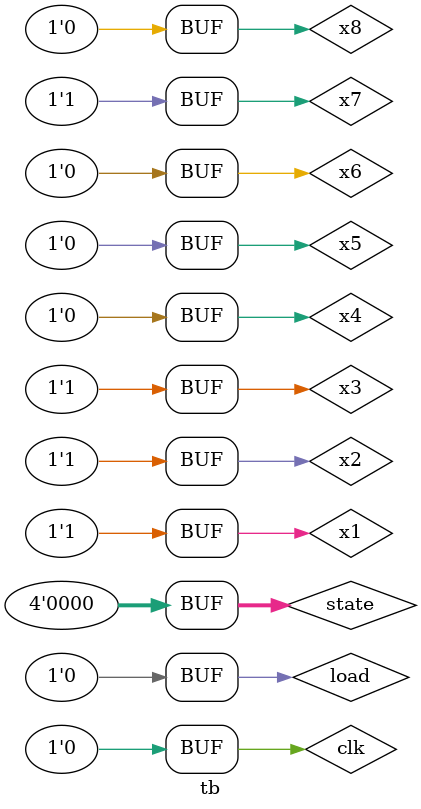
<source format=v>


/*******************************************************************************
 *
 * simulation source: [tb.v]
 *
 ******************************************************************************/

//`define SIM_CYCLE 'h400000000

//
// small value for testing
//
`define SIM_CYCLE 5000
//`timescale 100s/1s
module tb;
reg   load;
reg			clk;
reg		[3:0]	state;
reg		  x1;
reg		  x2;
reg		  x3;
reg		 	x4;
reg		 	x5;
reg		 	x6;
reg		 	x7;
reg		 	x8;
wire   y1;
wire   y2;
wire	  y3;
wire	  y4;
wire	 	y5;
wire	 	y6;
wire	 	y7;
wire	 	y8;


initial begin
  state=4'b0000;
  load = 0;
  x1 = 0;
  x2 = 0;
  x3 = 0;
  x4 = 0;
  x5 = 0;
  x6 = 0;
  x7 = 0;
  x8 = 0;
  #30
    x1<=1;     x2<=0;     x3<=1;     x4<=0; 
  #40
    x5<=0;     x6<=1;     x7<=0;     x8<=1;
  #40
    load<=1;
  #40  
    load<=0;
  #40
    x1<=1;     x2<=1;     x3<=1;     x4<=0;
  #40
    x5<=0;     x6<=0;     x7<=1;     x8<=0;
  #40
    load<=1;
  #40  
    load<=0;
end
always begin
  //@(posedge clk);
    # 20 clk = 1; 
    # 20 clk = ~clk;
end
lab03 m(
	.x1(x1),
	.x2(x2),
	.x3(x3),
	.x4(x4),
	.x5(x5),
	.x6(x6),
	.x7(x7),
	.x8(x8),
	.clk(clk),
	.load(load),
	.y1(y1),
	.y2(y2),
	.y3(y3),
	.y4(y4),
	.y5(y5),
	.y6(y6),
	.y7(y7),
	.y8(y8)
);
endmodule

</source>
